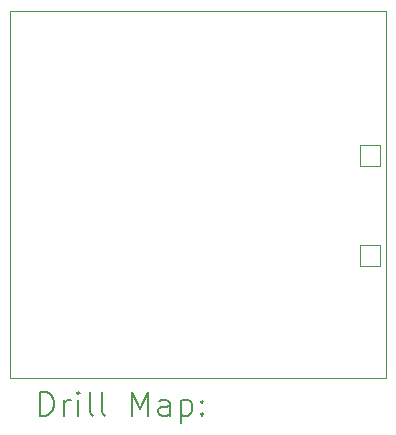
<source format=gbr>
%TF.GenerationSoftware,KiCad,Pcbnew,8.0.4*%
%TF.CreationDate,2024-08-07T16:27:48-04:00*%
%TF.ProjectId,C128VGA,43313238-5647-4412-9e6b-696361645f70,1.0*%
%TF.SameCoordinates,Original*%
%TF.FileFunction,Drillmap*%
%TF.FilePolarity,Positive*%
%FSLAX45Y45*%
G04 Gerber Fmt 4.5, Leading zero omitted, Abs format (unit mm)*
G04 Created by KiCad (PCBNEW 8.0.4) date 2024-08-07 16:27:48*
%MOMM*%
%LPD*%
G01*
G04 APERTURE LIST*
%ADD10C,0.050000*%
%ADD11C,0.010000*%
%ADD12C,0.200000*%
G04 APERTURE END LIST*
D10*
X22699360Y-7136810D02*
X25887060Y-7136810D01*
X25887060Y-10250850D01*
X22699360Y-10250850D01*
X22699360Y-7136810D01*
D11*
X25661800Y-8270860D02*
X25661800Y-8450860D01*
X25661800Y-8450860D02*
X25831800Y-8450860D01*
X25661800Y-9120860D02*
X25661800Y-9300860D01*
X25661800Y-9300860D02*
X25831800Y-9300860D01*
X25831800Y-8270860D02*
X25661800Y-8270860D01*
X25831800Y-8450860D02*
X25831800Y-8270860D01*
X25831800Y-9120860D02*
X25661800Y-9120860D01*
X25831800Y-9300860D02*
X25831800Y-9120860D01*
D12*
X22957637Y-10564834D02*
X22957637Y-10364834D01*
X22957637Y-10364834D02*
X23005256Y-10364834D01*
X23005256Y-10364834D02*
X23033827Y-10374358D01*
X23033827Y-10374358D02*
X23052875Y-10393405D01*
X23052875Y-10393405D02*
X23062399Y-10412453D01*
X23062399Y-10412453D02*
X23071922Y-10450548D01*
X23071922Y-10450548D02*
X23071922Y-10479120D01*
X23071922Y-10479120D02*
X23062399Y-10517215D01*
X23062399Y-10517215D02*
X23052875Y-10536262D01*
X23052875Y-10536262D02*
X23033827Y-10555310D01*
X23033827Y-10555310D02*
X23005256Y-10564834D01*
X23005256Y-10564834D02*
X22957637Y-10564834D01*
X23157637Y-10564834D02*
X23157637Y-10431500D01*
X23157637Y-10469596D02*
X23167161Y-10450548D01*
X23167161Y-10450548D02*
X23176684Y-10441024D01*
X23176684Y-10441024D02*
X23195732Y-10431500D01*
X23195732Y-10431500D02*
X23214780Y-10431500D01*
X23281446Y-10564834D02*
X23281446Y-10431500D01*
X23281446Y-10364834D02*
X23271922Y-10374358D01*
X23271922Y-10374358D02*
X23281446Y-10383881D01*
X23281446Y-10383881D02*
X23290970Y-10374358D01*
X23290970Y-10374358D02*
X23281446Y-10364834D01*
X23281446Y-10364834D02*
X23281446Y-10383881D01*
X23405256Y-10564834D02*
X23386208Y-10555310D01*
X23386208Y-10555310D02*
X23376684Y-10536262D01*
X23376684Y-10536262D02*
X23376684Y-10364834D01*
X23510018Y-10564834D02*
X23490970Y-10555310D01*
X23490970Y-10555310D02*
X23481446Y-10536262D01*
X23481446Y-10536262D02*
X23481446Y-10364834D01*
X23738589Y-10564834D02*
X23738589Y-10364834D01*
X23738589Y-10364834D02*
X23805256Y-10507691D01*
X23805256Y-10507691D02*
X23871922Y-10364834D01*
X23871922Y-10364834D02*
X23871922Y-10564834D01*
X24052875Y-10564834D02*
X24052875Y-10460072D01*
X24052875Y-10460072D02*
X24043351Y-10441024D01*
X24043351Y-10441024D02*
X24024303Y-10431500D01*
X24024303Y-10431500D02*
X23986208Y-10431500D01*
X23986208Y-10431500D02*
X23967161Y-10441024D01*
X24052875Y-10555310D02*
X24033827Y-10564834D01*
X24033827Y-10564834D02*
X23986208Y-10564834D01*
X23986208Y-10564834D02*
X23967161Y-10555310D01*
X23967161Y-10555310D02*
X23957637Y-10536262D01*
X23957637Y-10536262D02*
X23957637Y-10517215D01*
X23957637Y-10517215D02*
X23967161Y-10498167D01*
X23967161Y-10498167D02*
X23986208Y-10488643D01*
X23986208Y-10488643D02*
X24033827Y-10488643D01*
X24033827Y-10488643D02*
X24052875Y-10479120D01*
X24148113Y-10431500D02*
X24148113Y-10631500D01*
X24148113Y-10441024D02*
X24167161Y-10431500D01*
X24167161Y-10431500D02*
X24205256Y-10431500D01*
X24205256Y-10431500D02*
X24224303Y-10441024D01*
X24224303Y-10441024D02*
X24233827Y-10450548D01*
X24233827Y-10450548D02*
X24243351Y-10469596D01*
X24243351Y-10469596D02*
X24243351Y-10526739D01*
X24243351Y-10526739D02*
X24233827Y-10545786D01*
X24233827Y-10545786D02*
X24224303Y-10555310D01*
X24224303Y-10555310D02*
X24205256Y-10564834D01*
X24205256Y-10564834D02*
X24167161Y-10564834D01*
X24167161Y-10564834D02*
X24148113Y-10555310D01*
X24329065Y-10545786D02*
X24338589Y-10555310D01*
X24338589Y-10555310D02*
X24329065Y-10564834D01*
X24329065Y-10564834D02*
X24319542Y-10555310D01*
X24319542Y-10555310D02*
X24329065Y-10545786D01*
X24329065Y-10545786D02*
X24329065Y-10564834D01*
X24329065Y-10441024D02*
X24338589Y-10450548D01*
X24338589Y-10450548D02*
X24329065Y-10460072D01*
X24329065Y-10460072D02*
X24319542Y-10450548D01*
X24319542Y-10450548D02*
X24329065Y-10441024D01*
X24329065Y-10441024D02*
X24329065Y-10460072D01*
M02*

</source>
